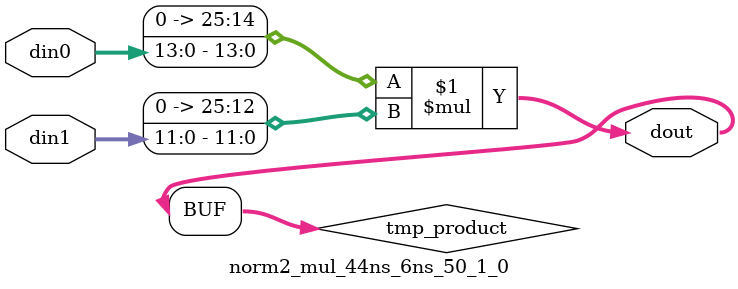
<source format=v>

`timescale 1 ns / 1 ps

 module norm2_mul_44ns_6ns_50_1_0(din0, din1, dout);
parameter ID = 1;
parameter NUM_STAGE = 0;
parameter din0_WIDTH = 14;
parameter din1_WIDTH = 12;
parameter dout_WIDTH = 26;

input [din0_WIDTH - 1 : 0] din0; 
input [din1_WIDTH - 1 : 0] din1; 
output [dout_WIDTH - 1 : 0] dout;

wire signed [dout_WIDTH - 1 : 0] tmp_product;
























assign tmp_product = $signed({1'b0, din0}) * $signed({1'b0, din1});











assign dout = tmp_product;





















endmodule

</source>
